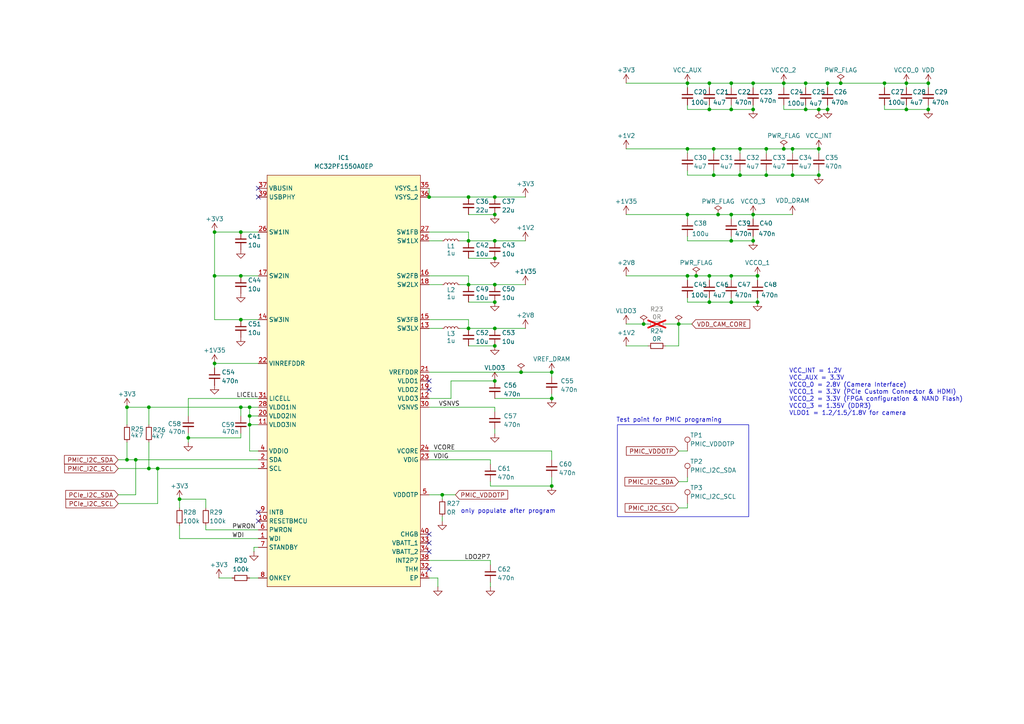
<source format=kicad_sch>
(kicad_sch (version 20231120) (generator "eeschema") (generator_version "8.0")
  (paper "A4")
  (lib_symbols
    (symbol "Connector:TestPoint" (pin_numbers hide) (pin_names (offset 0.762) hide)
      (property "Reference" "TP" (at 0 6.858 0))
      (property "Value" "TestPoint" (at 0 5.08 0))
      (symbol "TestPoint_1_1"
        (pin passive line (at 0 0 90) (length 2.54) (name "1") (number "1"))
      )
    )
    (symbol "Device:C_Small" (pin_numbers hide) (pin_names (offset 0.254) hide)
      (property "Reference" "C" (at 0.254 1.778 0))
      (property "Value" "C_Small" (at 0.254 -2.032 0))
      (symbol "C_Small_1_1"
        (pin passive line (at 0 2.54 270) (length 2.032) (name "~") (number "1"))
        (pin passive line (at 0 -2.54 90) (length 2.032) (name "~") (number "2"))
      )
    )
    (symbol "Device:L_Small" (pin_numbers hide) (pin_names (offset 0.254) hide)
      (property "Reference" "L" (at 0.762 1.016 0))
      (property "Value" "L_Small" (at 0.762 -1.016 0))
      (symbol "L_Small_1_1"
        (pin passive line (at 0 2.54 270) (length 0.508) (name "~") (number "1"))
        (pin passive line (at 0 -2.54 90) (length 0.508) (name "~") (number "2"))
      )
    )
    (symbol "Device:R_Small" (pin_numbers hide) (pin_names (offset 0.254) hide)
      (property "Reference" "R" (at 0.762 0.508 0))
      (property "Value" "R_Small" (at 0.762 -1.016 0))
      (symbol "R_Small_1_1"
        (pin passive line (at 0 2.54 270) (length 0.762) (name "~") (number "1"))
        (pin passive line (at 0 -2.54 90) (length 0.762) (name "~") (number "2"))
      )
    )
    (symbol "MC32PF1550A0EP:MC32PF1550A0EP"
      (property "Reference" "IC" (at 27.686 4.826 0))
      (property "Value" "MC32PF1550A0EP" (at 27.686 2.286 0))
      (symbol "MC32PF1550A0EP_1_1"
        (pin passive line (at -2.54 -105.41 0) (length 2.54) (name "WDI") (number "1"))
        (pin passive line (at -2.54 -100.33 0) (length 2.54) (name "RESETBMCU") (number "10"))
        (pin passive line (at -2.54 -72.39 0) (length 2.54) (name "VLDO3IN") (number "11"))
        (pin passive line (at 46.99 -64.77 180) (length 2.54) (name "VLDO3") (number "12"))
        (pin passive line (at 46.99 -44.45 180) (length 2.54) (name "SW3LX") (number "13"))
        (pin passive line (at -2.54 -41.91 0) (length 2.54) (name "SW3IN") (number "14"))
        (pin passive line (at 46.99 -41.91 180) (length 2.54) (name "SW3FB") (number "15"))
        (pin passive line (at 46.99 -29.21 180) (length 2.54) (name "SW2FB") (number "16"))
        (pin passive line (at -2.54 -29.21 0) (length 2.54) (name "SW2IN") (number "17"))
        (pin passive line (at 46.99 -31.75 180) (length 2.54) (name "SW2LX") (number "18"))
        (pin passive line (at 46.99 -62.23 180) (length 2.54) (name "VLDO2") (number "19"))
        (pin passive line (at -2.54 -82.55 0) (length 2.54) (name "SDA") (number "2"))
        (pin passive line (at -2.54 -69.85 0) (length 2.54) (name "VLDO2IN") (number "20"))
        (pin passive line (at 46.99 -57.15 180) (length 2.54) (name "VREFDDR") (number "21"))
        (pin passive line (at -2.54 -54.61 0) (length 2.54) (name "VINREFDDR") (number "22"))
        (pin passive line (at 46.99 -82.55 180) (length 2.54) (name "VDIG") (number "23"))
        (pin passive line (at 46.99 -80.01 180) (length 2.54) (name "VCORE") (number "24"))
        (pin passive line (at 46.99 -19.05 180) (length 2.54) (name "SW1LX") (number "25"))
        (pin passive line (at -2.54 -16.51 0) (length 2.54) (name "SW1IN") (number "26"))
        (pin passive line (at 46.99 -16.51 180) (length 2.54) (name "SW1FB") (number "27"))
        (pin passive line (at -2.54 -67.31 0) (length 2.54) (name "VLDO1IN") (number "28"))
        (pin passive line (at 46.99 -59.69 180) (length 2.54) (name "VLDO1") (number "29"))
        (pin passive line (at -2.54 -85.09 0) (length 2.54) (name "SCL") (number "3"))
        (pin passive line (at 46.99 -67.31 180) (length 2.54) (name "VSNVS") (number "30"))
        (pin passive line (at -2.54 -64.77 0) (length 2.54) (name "LICELL") (number "31"))
        (pin passive line (at 46.99 -114.3 180) (length 2.54) (name "THM") (number "32"))
        (pin passive line (at 46.99 -106.68 180) (length 2.54) (name "VBATT_1") (number "33"))
        (pin passive line (at 46.99 -109.22 180) (length 2.54) (name "VBATT_2") (number "34"))
        (pin passive line (at 46.99 -3.81 180) (length 2.54) (name "VSYS_1") (number "35"))
        (pin passive line (at 46.99 -6.35 180) (length 2.54) (name "VSYS_2") (number "36"))
        (pin passive line (at -2.54 -3.81 0) (length 2.54) (name "VBUSIN") (number "37"))
        (pin passive line (at 46.99 -111.76 180) (length 2.54) (name "INT2P7") (number "38"))
        (pin passive line (at -2.54 -6.35 0) (length 2.54) (name "USBPHY") (number "39"))
        (pin passive line (at -2.54 -80.01 0) (length 2.54) (name "VDDIO") (number "4"))
        (pin passive line (at 46.99 -104.14 180) (length 2.54) (name "CHGB") (number "40"))
        (pin passive line (at 46.99 -116.84 180) (length 2.54) (name "EP") (number "41"))
        (pin passive line (at 46.99 -92.71 180) (length 2.54) (name "VDDOTP") (number "5"))
        (pin passive line (at -2.54 -102.87 0) (length 2.54) (name "PWRON") (number "6"))
        (pin passive line (at -2.54 -107.95 0) (length 2.54) (name "STANDBY") (number "7"))
        (pin passive line (at -2.54 -116.84 0) (length 2.54) (name "ONKEY") (number "8"))
        (pin passive line (at -2.54 -97.79 0) (length 2.54) (name "INTB") (number "9"))
      )
    )
    (symbol "power:+3V3" (power) (pin_numbers hide) (pin_names (offset 0) hide)
      (property "Value" "+3V3" (at 0 3.556 0))
      (symbol "+3V3_1_1"
        (pin power_in line (at 0 0 90) (length 0) (name "~") (number "1"))
      )
    )
    (symbol "power:GND" (power) (pin_numbers hide) (pin_names (offset 0) hide)
      (property "Value" "GND" (at 0 -3.81 0))
      (symbol "GND_1_1"
        (pin power_in line (at 0 0 270) (length 0) (name "~") (number "1"))
      )
    )
    (symbol "power:PWR_FLAG" (power) (pin_numbers hide) (pin_names (offset 0) hide)
      (property "Value" "PWR_FLAG" (at 0 3.81 0))
      (symbol "PWR_FLAG_0_0"
        (pin power_out line (at 0 0 90) (length 0) (name "~") (number "1"))
      )
    )
    (symbol "power:VCC" (power) (pin_numbers hide) (pin_names (offset 0) hide)
      (property "Value" "VCC" (at 0 3.556 0))
      (symbol "VCC_1_1"
        (pin power_in line (at 0 0 90) (length 0) (name "~") (number "1"))
      )
    )
    (symbol "power:VDD" (power) (pin_numbers hide) (pin_names (offset 0) hide)
      (property "Value" "VDD" (at 0 3.556 0))
      (symbol "VDD_1_1"
        (pin power_in line (at 0 0 90) (length 0) (name "~") (number "1"))
      )
    )
  )
  (junction (at 69.85 92.71))
  (junction (at 218.44 31.75))
  (junction (at 52.07 144.78))
  (junction (at 186.69 93.98))
  (junction (at 237.49 50.8))
  (junction (at 36.83 133.35))
  (junction (at 269.24 24.13))
  (junction (at 205.74 24.13))
  (junction (at 143.51 74.93))
  (junction (at 128.27 143.51))
  (junction (at 54.61 127))
  (junction (at 160.02 140.97))
  (junction (at 135.89 57.15))
  (junction (at 143.51 100.33))
  (junction (at 143.51 82.55))
  (junction (at 218.44 24.13))
  (junction (at 135.89 82.55))
  (junction (at 143.51 95.25))
  (junction (at 229.87 50.8))
  (junction (at 212.09 87.63))
  (junction (at 219.71 80.01))
  (junction (at 69.85 118.11))
  (junction (at 240.03 24.13))
  (junction (at 262.89 24.13))
  (junction (at 227.33 43.18))
  (junction (at 199.39 62.23))
  (junction (at 201.93 80.01))
  (junction (at 124.46 57.15))
  (junction (at 256.54 24.13))
  (junction (at 143.51 62.23))
  (junction (at 233.68 24.13))
  (junction (at 199.39 43.18))
  (junction (at 143.51 110.49))
  (junction (at 160.02 107.95))
  (junction (at 143.51 57.15))
  (junction (at 212.09 24.13))
  (junction (at 196.85 93.98))
  (junction (at 72.39 118.11))
  (junction (at 72.39 120.65))
  (junction (at 135.89 95.25))
  (junction (at 39.37 133.35))
  (junction (at 135.89 69.85))
  (junction (at 229.87 43.18))
  (junction (at 45.72 135.89))
  (junction (at 205.74 80.01))
  (junction (at 62.23 105.41))
  (junction (at 214.63 43.18))
  (junction (at 269.24 31.75))
  (junction (at 199.39 24.13))
  (junction (at 212.09 31.75))
  (junction (at 143.51 69.85))
  (junction (at 222.25 50.8))
  (junction (at 262.89 31.75))
  (junction (at 43.18 118.11))
  (junction (at 212.09 62.23))
  (junction (at 143.51 87.63))
  (junction (at 222.25 43.18))
  (junction (at 219.71 87.63))
  (junction (at 243.84 24.13))
  (junction (at 218.44 69.85))
  (junction (at 205.74 31.75))
  (junction (at 69.85 67.31))
  (junction (at 69.85 80.01))
  (junction (at 43.18 135.89))
  (junction (at 240.03 31.75))
  (junction (at 212.09 80.01))
  (junction (at 205.74 87.63))
  (junction (at 233.68 31.75))
  (junction (at 214.63 50.8))
  (junction (at 227.33 24.13))
  (junction (at 199.39 80.01))
  (junction (at 207.01 50.8))
  (junction (at 151.13 107.95))
  (junction (at 62.23 67.31))
  (junction (at 218.44 62.23))
  (junction (at 36.83 118.11))
  (junction (at 208.28 62.23))
  (junction (at 237.49 31.75))
  (junction (at 212.09 69.85))
  (junction (at 160.02 115.57))
  (junction (at 237.49 43.18))
  (junction (at 207.01 43.18))
  (junction (at 72.39 123.19))
  (junction (at 62.23 80.01))
  (no_connect (at 74.93 57.15))
  (no_connect (at 124.46 154.94))
  (no_connect (at 74.93 54.61))
  (no_connect (at 124.46 157.48))
  (no_connect (at 124.46 113.03))
  (no_connect (at 124.46 165.1))
  (no_connect (at 124.46 160.02))
  (no_connect (at 124.46 110.49))
  (no_connect (at 74.93 148.59))
  (no_connect (at 74.93 151.13))
  (wire (pts (xy 237.49 43.18) (xy 237.49 44.45)))
  (wire (pts (xy 135.89 57.15) (xy 124.46 57.15)))
  (wire (pts (xy 214.63 43.18) (xy 222.25 43.18)))
  (wire (pts (xy 124.46 92.71) (xy 135.89 92.71)))
  (wire (pts (xy 143.51 69.85) (xy 152.4 69.85)))
  (wire (pts (xy 186.69 93.98) (xy 187.96 93.98)))
  (wire (pts (xy 135.89 74.93) (xy 143.51 74.93)))
  (wire (pts (xy 135.89 62.23) (xy 143.51 62.23)))
  (wire (pts (xy 181.61 80.01) (xy 199.39 80.01)))
  (wire (pts (xy 199.39 31.75) (xy 205.74 31.75)))
  (wire (pts (xy 43.18 118.11) (xy 69.85 118.11)))
  (wire (pts (xy 124.46 67.31) (xy 135.89 67.31)))
  (wire (pts (xy 207.01 50.8) (xy 214.63 50.8)))
  (wire (pts (xy 199.39 31.75) (xy 199.39 30.48)))
  (wire (pts (xy 135.89 87.63) (xy 143.51 87.63)))
  (wire (pts (xy 36.83 133.35) (xy 39.37 133.35)))
  (wire (pts (xy 218.44 25.4) (xy 218.44 24.13)))
  (wire (pts (xy 199.39 50.8) (xy 207.01 50.8)))
  (wire (pts (xy 62.23 67.31) (xy 69.85 67.31)))
  (wire (pts (xy 124.46 118.11) (xy 143.51 118.11)))
  (wire (pts (xy 199.39 62.23) (xy 199.39 63.5)))
  (wire (pts (xy 218.44 62.23) (xy 212.09 62.23)))
  (wire (pts (xy 212.09 62.23) (xy 208.28 62.23)))
  (wire (pts (xy 181.61 93.98) (xy 186.69 93.98)))
  (wire (pts (xy 72.39 118.11) (xy 74.93 118.11)))
  (wire (pts (xy 218.44 62.23) (xy 229.87 62.23)))
  (wire (pts (xy 62.23 80.01) (xy 62.23 67.31)))
  (wire (pts (xy 36.83 118.11) (xy 36.83 123.19)))
  (wire (pts (xy 199.39 69.85) (xy 212.09 69.85)))
  (wire (pts (xy 54.61 115.57) (xy 74.93 115.57)))
  (wire (pts (xy 160.02 138.43) (xy 160.02 140.97)))
  (wire (pts (xy 212.09 80.01) (xy 205.74 80.01)))
  (wire (pts (xy 219.71 87.63) (xy 212.09 87.63)))
  (wire (pts (xy 196.85 93.98) (xy 200.66 93.98)))
  (wire (pts (xy 36.83 118.11) (xy 43.18 118.11)))
  (wire (pts (xy 62.23 106.68) (xy 62.23 105.41)))
  (wire (pts (xy 199.39 69.85) (xy 199.39 68.58)))
  (wire (pts (xy 72.39 120.65) (xy 72.39 123.19)))
  (wire (pts (xy 181.61 24.13) (xy 199.39 24.13)))
  (wire (pts (xy 127 170.18) (xy 127 167.64)))
  (wire (pts (xy 207.01 43.18) (xy 214.63 43.18)))
  (wire (pts (xy 262.89 31.75) (xy 262.89 30.48)))
  (wire (pts (xy 262.89 24.13) (xy 269.24 24.13)))
  (wire (pts (xy 36.83 128.27) (xy 36.83 133.35)))
  (wire (pts (xy 199.39 43.18) (xy 199.39 44.45)))
  (wire (pts (xy 59.69 153.67) (xy 74.93 153.67)))
  (wire (pts (xy 227.33 43.18) (xy 229.87 43.18)))
  (wire (pts (xy 218.44 62.23) (xy 218.44 63.5)))
  (wire (pts (xy 72.39 167.64) (xy 74.93 167.64)))
  (wire (pts (xy 52.07 144.78) (xy 52.07 147.32)))
  (wire (pts (xy 212.09 87.63) (xy 205.74 87.63)))
  (wire (pts (xy 132.08 143.51) (xy 128.27 143.51)))
  (wire (pts (xy 59.69 144.78) (xy 59.69 147.32)))
  (wire (pts (xy 143.51 57.15) (xy 135.89 57.15)))
  (wire (pts (xy 222.25 50.8) (xy 214.63 50.8)))
  (wire (pts (xy 124.46 107.95) (xy 151.13 107.95)))
  (wire (pts (xy 135.89 80.01) (xy 135.89 82.55)))
  (wire (pts (xy 151.13 107.95) (xy 160.02 107.95)))
  (wire (pts (xy 124.46 82.55) (xy 128.27 82.55)))
  (wire (pts (xy 124.46 130.81) (xy 160.02 130.81)))
  (wire (pts (xy 201.93 80.01) (xy 199.39 80.01)))
  (wire (pts (xy 69.85 67.31) (xy 74.93 67.31)))
  (wire (pts (xy 34.29 135.89) (xy 43.18 135.89)))
  (wire (pts (xy 69.85 120.65) (xy 69.85 118.11)))
  (wire (pts (xy 124.46 69.85) (xy 128.27 69.85)))
  (wire (pts (xy 142.24 162.56) (xy 142.24 163.83)))
  (wire (pts (xy 212.09 62.23) (xy 212.09 63.5)))
  (wire (pts (xy 233.68 31.75) (xy 233.68 30.48)))
  (wire (pts (xy 130.81 115.57) (xy 130.81 110.49)))
  (wire (pts (xy 205.74 31.75) (xy 212.09 31.75)))
  (wire (pts (xy 45.72 135.89) (xy 74.93 135.89)))
  (wire (pts (xy 181.61 43.18) (xy 199.39 43.18)))
  (wire (pts (xy 54.61 120.65) (xy 54.61 115.57)))
  (wire (pts (xy 142.24 170.18) (xy 142.24 168.91)))
  (wire (pts (xy 135.89 82.55) (xy 143.51 82.55)))
  (wire (pts (xy 243.84 24.13) (xy 256.54 24.13)))
  (wire (pts (xy 219.71 80.01) (xy 219.71 81.28)))
  (wire (pts (xy 69.85 80.01) (xy 74.93 80.01)))
  (wire (pts (xy 124.46 57.15) (xy 124.46 54.61)))
  (wire (pts (xy 214.63 43.18) (xy 214.63 44.45)))
  (wire (pts (xy 256.54 24.13) (xy 256.54 25.4)))
  (wire (pts (xy 229.87 50.8) (xy 222.25 50.8)))
  (wire (pts (xy 135.89 69.85) (xy 143.51 69.85)))
  (wire (pts (xy 218.44 68.58) (xy 218.44 69.85)))
  (wire (pts (xy 124.46 80.01) (xy 135.89 80.01)))
  (wire (pts (xy 135.89 92.71) (xy 135.89 95.25)))
  (wire (pts (xy 62.23 92.71) (xy 62.23 80.01)))
  (wire (pts (xy 237.49 31.75) (xy 240.03 31.75)))
  (wire (pts (xy 240.03 24.13) (xy 240.03 25.4)))
  (wire (pts (xy 143.51 119.38) (xy 143.51 118.11)))
  (wire (pts (xy 233.68 31.75) (xy 237.49 31.75)))
  (wire (pts (xy 199.39 87.63) (xy 205.74 87.63)))
  (wire (pts (xy 124.46 115.57) (xy 130.81 115.57)))
  (wire (pts (xy 69.85 118.11) (xy 72.39 118.11)))
  (wire (pts (xy 222.25 43.18) (xy 227.33 43.18)))
  (wire (pts (xy 45.72 135.89) (xy 45.72 146.05)))
  (wire (pts (xy 227.33 31.75) (xy 227.33 30.48)))
  (wire (pts (xy 269.24 30.48) (xy 269.24 31.75)))
  (wire (pts (xy 199.39 25.4) (xy 199.39 24.13)))
  (wire (pts (xy 205.74 80.01) (xy 205.74 81.28)))
  (wire (pts (xy 160.02 133.35) (xy 160.02 130.81)))
  (wire (pts (xy 152.4 57.15) (xy 143.51 57.15)))
  (wire (pts (xy 212.09 80.01) (xy 219.71 80.01)))
  (wire (pts (xy 218.44 30.48) (xy 218.44 31.75)))
  (wire (pts (xy 39.37 133.35) (xy 74.93 133.35)))
  (wire (pts (xy 74.93 92.71) (xy 69.85 92.71)))
  (wire (pts (xy 214.63 50.8) (xy 214.63 49.53)))
  (wire (pts (xy 52.07 156.21) (xy 52.07 152.4)))
  (wire (pts (xy 205.74 80.01) (xy 201.93 80.01)))
  (wire (pts (xy 43.18 135.89) (xy 45.72 135.89)))
  (wire (pts (xy 124.46 133.35) (xy 142.24 133.35)))
  (wire (pts (xy 34.29 143.51) (xy 39.37 143.51)))
  (wire (pts (xy 218.44 24.13) (xy 227.33 24.13)))
  (wire (pts (xy 212.09 25.4) (xy 212.09 24.13)))
  (wire (pts (xy 199.39 50.8) (xy 199.39 49.53)))
  (wire (pts (xy 143.51 115.57) (xy 160.02 115.57)))
  (wire (pts (xy 222.25 43.18) (xy 222.25 44.45)))
  (wire (pts (xy 72.39 123.19) (xy 74.93 123.19)))
  (wire (pts (xy 72.39 120.65) (xy 74.93 120.65)))
  (wire (pts (xy 256.54 24.13) (xy 262.89 24.13)))
  (wire (pts (xy 205.74 25.4) (xy 205.74 24.13)))
  (wire (pts (xy 205.74 87.63) (xy 205.74 86.36)))
  (wire (pts (xy 199.39 62.23) (xy 208.28 62.23)))
  (wire (pts (xy 269.24 31.75) (xy 262.89 31.75)))
  (wire (pts (xy 135.89 69.85) (xy 133.35 69.85)))
  (wire (pts (xy 240.03 24.13) (xy 243.84 24.13)))
  (wire (pts (xy 72.39 123.19) (xy 72.39 130.81)))
  (wire (pts (xy 62.23 80.01) (xy 69.85 80.01)))
  (wire (pts (xy 45.72 146.05) (xy 34.29 146.05)))
  (wire (pts (xy 240.03 31.75) (xy 240.03 30.48)))
  (wire (pts (xy 193.04 100.33) (xy 196.85 100.33)))
  (wire (pts (xy 143.51 82.55) (xy 152.4 82.55)))
  (wire (pts (xy 128.27 143.51) (xy 124.46 143.51)))
  (wire (pts (xy 59.69 152.4) (xy 59.69 153.67)))
  (wire (pts (xy 39.37 143.51) (xy 39.37 133.35)))
  (wire (pts (xy 130.81 110.49) (xy 143.51 110.49)))
  (wire (pts (xy 227.33 24.13) (xy 233.68 24.13)))
  (wire (pts (xy 218.44 69.85) (xy 212.09 69.85)))
  (wire (pts (xy 262.89 24.13) (xy 262.89 25.4)))
  (wire (pts (xy 52.07 144.78) (xy 59.69 144.78)))
  (wire (pts (xy 43.18 118.11) (xy 43.18 123.19)))
  (wire (pts (xy 212.09 86.36) (xy 212.09 87.63)))
  (wire (pts (xy 229.87 44.45) (xy 229.87 43.18)))
  (wire (pts (xy 199.39 138.43) (xy 199.39 139.7)))
  (wire (pts (xy 72.39 118.11) (xy 72.39 120.65)))
  (wire (pts (xy 69.85 92.71) (xy 62.23 92.71)))
  (wire (pts (xy 233.68 24.13) (xy 240.03 24.13)))
  (wire (pts (xy 128.27 143.51) (xy 128.27 144.78)))
  (wire (pts (xy 54.61 125.73) (xy 54.61 127)))
  (wire (pts (xy 135.89 95.25) (xy 133.35 95.25)))
  (wire (pts (xy 124.46 95.25) (xy 128.27 95.25)))
  (wire (pts (xy 193.04 93.98) (xy 196.85 93.98)))
  (wire (pts (xy 135.89 100.33) (xy 143.51 100.33)))
  (wire (pts (xy 269.24 24.13) (xy 269.24 25.4)))
  (wire (pts (xy 43.18 128.27) (xy 43.18 135.89)))
  (wire (pts (xy 199.39 80.01) (xy 199.39 81.28)))
  (wire (pts (xy 181.61 100.33) (xy 187.96 100.33)))
  (wire (pts (xy 135.89 82.55) (xy 133.35 82.55)))
  (wire (pts (xy 135.89 95.25) (xy 143.51 95.25)))
  (wire (pts (xy 205.74 24.13) (xy 212.09 24.13)))
  (wire (pts (xy 142.24 140.97) (xy 160.02 140.97)))
  (wire (pts (xy 199.39 139.7) (xy 196.85 139.7)))
  (wire (pts (xy 199.39 24.13) (xy 205.74 24.13)))
  (wire (pts (xy 72.39 130.81) (xy 74.93 130.81)))
  (wire (pts (xy 207.01 43.18) (xy 207.01 44.45)))
  (wire (pts (xy 199.39 130.81) (xy 196.85 130.81)))
  (wire (pts (xy 205.74 31.75) (xy 205.74 30.48)))
  (wire (pts (xy 124.46 162.56) (xy 142.24 162.56)))
  (wire (pts (xy 73.66 158.75) (xy 73.66 160.02)))
  (wire (pts (xy 199.39 147.32) (xy 196.85 147.32)))
  (wire (pts (xy 73.66 158.75) (xy 74.93 158.75)))
  (wire (pts (xy 227.33 24.13) (xy 227.33 25.4)))
  (wire (pts (xy 212.09 31.75) (xy 212.09 30.48)))
  (wire (pts (xy 74.93 156.21) (xy 52.07 156.21)))
  (wire (pts (xy 199.39 86.36) (xy 199.39 87.63)))
  (wire (pts (xy 69.85 125.73) (xy 69.85 127)))
  (wire (pts (xy 34.29 133.35) (xy 36.83 133.35)))
  (wire (pts (xy 199.39 43.18) (xy 207.01 43.18)))
  (wire (pts (xy 181.61 62.23) (xy 199.39 62.23)))
  (wire (pts (xy 127 167.64) (xy 124.46 167.64)))
  (wire (pts (xy 142.24 134.62) (xy 142.24 133.35)))
  (wire (pts (xy 237.49 50.8) (xy 229.87 50.8)))
  (wire (pts (xy 212.09 69.85) (xy 212.09 68.58)))
  (wire (pts (xy 212.09 80.01) (xy 212.09 81.28)))
  (wire (pts (xy 227.33 31.75) (xy 233.68 31.75)))
  (wire (pts (xy 128.27 149.86) (xy 128.27 151.13)))
  (wire (pts (xy 218.44 31.75) (xy 212.09 31.75)))
  (wire (pts (xy 196.85 100.33) (xy 196.85 93.98)))
  (wire (pts (xy 62.23 105.41) (xy 74.93 105.41)))
  (wire (pts (xy 256.54 31.75) (xy 256.54 30.48)))
  (wire (pts (xy 143.51 95.25) (xy 152.4 95.25)))
  (wire (pts (xy 54.61 127) (xy 69.85 127)))
  (wire (pts (xy 135.89 67.31) (xy 135.89 69.85)))
  (wire (pts (xy 229.87 50.8) (xy 229.87 49.53)))
  (wire (pts (xy 222.25 50.8) (xy 222.25 49.53)))
  (wire (pts (xy 199.39 146.05) (xy 199.39 147.32)))
  (wire (pts (xy 143.51 125.73) (xy 143.51 124.46)))
  (wire (pts (xy 219.71 86.36) (xy 219.71 87.63)))
  (wire (pts (xy 207.01 50.8) (xy 207.01 49.53)))
  (wire (pts (xy 67.31 167.64) (xy 63.5 167.64)))
  (wire (pts (xy 142.24 140.97) (xy 142.24 139.7)))
  (wire (pts (xy 160.02 109.22) (xy 160.02 107.95)))
  (wire (pts (xy 218.44 24.13) (xy 212.09 24.13)))
  (wire (pts (xy 256.54 31.75) (xy 262.89 31.75)))
  (wire (pts (xy 54.61 127) (xy 54.61 128.27)))
  (wire (pts (xy 237.49 49.53) (xy 237.49 50.8)))
  (wire (pts (xy 229.87 43.18) (xy 237.49 43.18)))
  (wire (pts (xy 160.02 114.3) (xy 160.02 115.57)))
  (wire (pts (xy 233.68 24.13) (xy 233.68 25.4)))
  (rectangle (start 179.07 123.19) (end 217.17 149.86))
  (text "only populate after program" (at 133.604 148.336 0) (effects (font (size 1.27 1.27)) (justify left)))
  (text "VCC_INT = 1.2V\nVCC_AUX = 3.3V\nVCCO_0 = 2.8V (Camera Interface)\nVCCO_1 = 3.3V (PCIe Custom Connector & HDMI)\nVCCO_2 = 3.3V (FPGA configuration & NAND Flash)\nVCCO_3 = 1.35V (DDR3)\nVLDO1 = 1.2/1.5/1.8V for camera" (at 228.854 113.792 0) (effects (font (size 1.27 1.27)) (justify left)))
  (text "Test point for PMIC programing" (at 194.056 121.92 0) (effects (font (size 1.27 1.27))))
  (label "VCORE" (at 125.73 130.81 0))
  (label "VDIG" (at 125.73 133.35 0))
  (label "VSNVS" (at 133.35 118.11 180))
  (label "PWRON" (at 67.31 153.67 0))
  (label "WDI" (at 67.31 156.21 0))
  (label "LDO2P7" (at 142.24 162.56 180))
  (label "LICELL" (at 68.58 115.57 0))
  (global_label "PCIe_I2C_SDA" (shape input) (at 34.29 143.51 180) (property "Intersheetrefs" "${INTERSHEET_REFS}" (effects (hide yes))))
  (global_label "PMIC_I2C_SDA" (shape input) (at 34.29 133.35 180) (property "Intersheetrefs" "${INTERSHEET_REFS}" (effects (hide yes))))
  (global_label "PCIe_I2C_SCL" (shape input) (at 34.29 146.05 180) (property "Intersheetrefs" "${INTERSHEET_REFS}" (effects (hide yes))))
  (global_label "PMIC_I2C_SCL" (shape input) (at 196.85 147.32 180) (property "Intersheetrefs" "${INTERSHEET_REFS}" (effects (hide yes))))
  (global_label "VDD_CAM_CORE" (shape input) (at 200.66 93.98 0) (property "Intersheetrefs" "${INTERSHEET_REFS}" (effects (hide yes))))
  (global_label "PMIC_VDDOTP" (shape input) (at 132.08 143.51 0) (property "Intersheetrefs" "${INTERSHEET_REFS}" (effects (hide yes))))
  (global_label "PMIC_VDDOTP" (shape input) (at 196.85 130.81 180) (property "Intersheetrefs" "${INTERSHEET_REFS}" (effects (hide yes))))
  (global_label "PMIC_I2C_SCL" (shape input) (at 34.29 135.89 180) (property "Intersheetrefs" "${INTERSHEET_REFS}" (effects (hide yes))))
  (global_label "PMIC_I2C_SDA" (shape input) (at 196.85 139.7 180) (property "Intersheetrefs" "${INTERSHEET_REFS}" (effects (hide yes))))
  (symbol (lib_id "power:VDD") (at 62.23 67.31 0) (unit 1)
    (property "Reference" "#PWR071" (effects (hide yes)))
    (property "Value" "+3V3" (at 62.23 63.5 0))
    (property "Description" "Power symbol creates a global label with name \"VDD\"" (effects (hide yes)))
  )
  (symbol (lib_id "Device:C_Small") (at 212.09 83.82 0) (unit 1)
    (property "Reference" "C47" (at 213.868 82.55 0) (effects (justify left)))
    (property "Value" "470n" (at 213.106 85.598 0) (effects (justify left)))
    (property "Footprint" "Capacitor_SMD:C_0402_1005Metric" (effects (hide yes)))
    (property "Description" "Unpolarized capacitor, small symbol" (effects (hide yes)))
  )
  (symbol (lib_id "Device:C_Small") (at 229.87 46.99 0) (unit 1)
    (property "Reference" "C34" (at 231.648 45.72 0) (effects (justify left)))
    (property "Value" "4u7" (at 231.648 48.26 0) (effects (justify left)))
    (property "Footprint" "Capacitor_SMD:C_0603_1608Metric" (effects (hide yes)))
    (property "Description" "Unpolarized capacitor, small symbol" (effects (hide yes)))
  )
  (symbol (lib_id "Device:C_Small") (at 143.51 72.39 0) (unit 1)
    (property "Reference" "C43" (at 145.542 71.12 0) (effects (justify left)))
    (property "Value" "10u" (at 145.542 73.66 0) (effects (justify left)))
    (property "Footprint" "Capacitor_SMD:C_0603_1608Metric" (effects (hide yes)))
    (property "Description" "Unpolarized capacitor, small symbol" (effects (hide yes)))
  )
  (symbol (lib_id "power:VDD") (at 227.33 24.13 0) (unit 1)
    (property "Reference" "#PWR057" (effects (hide yes)))
    (property "Value" "VCCO_2" (at 227.33 20.32 0))
    (property "Description" "Power symbol creates a global label with name \"VDD\"" (effects (hide yes)))
  )
  (symbol (lib_id "power:GND") (at 69.85 97.79 0) (unit 1)
    (property "Reference" "#PWR084" (effects (hide yes)))
    (property "Value" "GND" (effects (hide yes)))
    (property "Description" "Power symbol creates a global label with name \"GND\" , ground" (effects (hide yes)))
  )
  (symbol (lib_id "Device:C_Small") (at 218.44 27.94 0) (unit 1)
    (property "Reference" "C23" (at 220.218 26.67 0) (effects (justify left)))
    (property "Value" "470n" (at 220.218 29.21 0) (effects (justify left)))
    (property "Footprint" "Capacitor_SMD:C_0402_1005Metric" (effects (hide yes)))
    (property "Description" "Unpolarized capacitor, small symbol" (effects (hide yes)))
  )
  (symbol (lib_id "Device:C_Small") (at 135.89 97.79 0) (unit 1)
    (property "Reference" "C52" (at 137.922 96.52 0) (effects (justify left)))
    (property "Value" "10u" (at 137.922 99.06 0) (effects (justify left)))
    (property "Footprint" "Capacitor_SMD:C_0603_1608Metric" (effects (hide yes)))
    (property "Description" "Unpolarized capacitor, small symbol" (effects (hide yes)))
  )
  (symbol (lib_id "Device:R_Small") (at 43.18 125.73 0) (unit 1)
    (property "Reference" "R26" (at 44.196 124.714 0) (effects (justify left)))
    (property "Value" "4k7" (at 43.942 126.492 0) (effects (justify left)))
    (property "Footprint" "Resistor_SMD:R_0402_1005Metric" (effects (hide yes)))
    (property "Description" "Resistor, small symbol" (effects (hide yes)))
  )
  (symbol (lib_id "Device:C_Small") (at 219.71 83.82 0) (unit 1)
    (property "Reference" "C48" (at 221.488 82.55 0) (effects (justify left)))
    (property "Value" "470n" (at 220.726 85.598 0) (effects (justify left)))
    (property "Footprint" "Capacitor_SMD:C_0402_1005Metric" (effects (hide yes)))
    (property "Description" "Unpolarized capacitor, small symbol" (effects (hide yes)))
  )
  (symbol (lib_id "Device:R_Small") (at 69.85 167.64 90) (unit 1)
    (property "Reference" "R30" (at 69.85 162.56 90))
    (property "Value" "100k" (at 69.85 165.1 90))
    (property "Footprint" "Resistor_SMD:R_0402_1005Metric" (effects (hide yes)))
    (property "Description" "Resistor, small symbol" (effects (hide yes)))
  )
  (symbol (lib_id "power:PWR_FLAG") (at 208.28 62.23 0) (unit 1)
    (property "Reference" "#FLG06" (effects (hide yes)))
    (property "Value" "PWR_FLAG" (at 208.28 58.42 0))
    (property "Description" "Special symbol for telling ERC where power comes from" (effects (hide yes)))
  )
  (symbol (lib_id "power:GND") (at 219.71 87.63 0) (unit 1)
    (property "Reference" "#PWR081" (effects (hide yes)))
    (property "Value" "GND" (effects (hide yes)))
    (property "Description" "Power symbol creates a global label with name \"GND\" , ground" (effects (hide yes)))
  )
  (symbol (lib_id "Device:C_Small") (at 199.39 46.99 0) (unit 1)
    (property "Reference" "C30" (at 201.168 45.72 0) (effects (justify left)))
    (property "Value" "4u7" (at 201.168 48.26 0) (effects (justify left)))
    (property "Footprint" "Capacitor_SMD:C_0603_1608Metric" (effects (hide yes)))
    (property "Description" "Unpolarized capacitor, small symbol" (effects (hide yes)))
  )
  (symbol (lib_id "power:VDD") (at 152.4 95.25 0) (unit 1)
    (property "Reference" "#PWR083" (effects (hide yes)))
    (property "Value" "+2V8" (at 152.4 91.44 0))
    (property "Description" "Power symbol creates a global label with name \"VDD\"" (effects (hide yes)))
  )
  (symbol (lib_id "power:GND") (at 218.44 69.85 0) (unit 1)
    (property "Reference" "#PWR073" (effects (hide yes)))
    (property "Value" "GND" (effects (hide yes)))
    (property "Description" "Power symbol creates a global label with name \"GND\" , ground" (effects (hide yes)))
  )
  (symbol (lib_id "power:PWR_FLAG") (at 186.69 93.98 0) (unit 1)
    (property "Reference" "#FLG08" (effects (hide yes)))
    (property "Value" "PWR_FLAG" (effects (hide yes)))
    (property "Description" "Special symbol for telling ERC where power comes from" (effects (hide yes)))
  )
  (symbol (lib_id "Device:C_Small") (at 143.51 85.09 0) (unit 1)
    (property "Reference" "C50" (at 145.542 83.82 0) (effects (justify left)))
    (property "Value" "10u" (at 145.542 86.36 0) (effects (justify left)))
    (property "Footprint" "Capacitor_SMD:C_0603_1608Metric" (effects (hide yes)))
    (property "Description" "Unpolarized capacitor, small symbol" (effects (hide yes)))
  )
  (symbol (lib_id "Device:C_Small") (at 212.09 27.94 0) (unit 1)
    (property "Reference" "C22" (at 213.868 26.67 0) (effects (justify left)))
    (property "Value" "470n" (at 213.106 29.718 0) (effects (justify left)))
    (property "Footprint" "Capacitor_SMD:C_0402_1005Metric" (effects (hide yes)))
    (property "Description" "Unpolarized capacitor, small symbol" (effects (hide yes)))
  )
  (symbol (lib_id "Device:C_Small") (at 205.74 83.82 0) (unit 1)
    (property "Reference" "C46" (at 207.518 82.55 0) (effects (justify left)))
    (property "Value" "4u7" (at 206.756 85.598 0) (effects (justify left)))
    (property "Footprint" "Capacitor_SMD:C_0603_1608Metric" (effects (hide yes)))
    (property "Description" "Unpolarized capacitor, small symbol" (effects (hide yes)))
  )
  (symbol (lib_id "Device:C_Small") (at 69.85 82.55 0) (unit 1)
    (property "Reference" "C44" (at 71.882 81.28 0) (effects (justify left)))
    (property "Value" "10u" (at 71.882 83.82 0) (effects (justify left)))
    (property "Footprint" "Capacitor_SMD:C_0603_1608Metric" (effects (hide yes)))
    (property "Description" "Unpolarized capacitor, small symbol" (effects (hide yes)))
  )
  (symbol (lib_id "power:GND") (at 128.27 151.13 0) (unit 1)
    (property "Reference" "#PWR097" (effects (hide yes)))
    (property "Value" "GND" (effects (hide yes)))
    (property "Description" "Power symbol creates a global label with name \"GND\" , ground" (effects (hide yes)))
  )
  (symbol (lib_id "power:VDD") (at 152.4 57.15 0) (unit 1)
    (property "Reference" "#PWR066" (effects (hide yes)))
    (property "Value" "+3V3" (at 152.4 53.34 0))
    (property "Description" "Power symbol creates a global label with name \"VDD\"" (effects (hide yes)))
  )
  (symbol (lib_id "Device:C_Small") (at 262.89 27.94 0) (unit 1)
    (property "Reference" "C28" (at 264.668 26.67 0) (effects (justify left)))
    (property "Value" "4u7" (at 263.906 29.718 0) (effects (justify left)))
    (property "Footprint" "Capacitor_SMD:C_0603_1608Metric" (effects (hide yes)))
    (property "Description" "Unpolarized capacitor, small symbol" (effects (hide yes)))
  )
  (symbol (lib_id "power:+3V3") (at 52.07 144.78 0) (unit 1)
    (property "Reference" "#PWR096" (effects (hide yes)))
    (property "Value" "+3V3" (at 52.07 140.97 0))
    (property "Description" "Power symbol creates a global label with name \"+3V3\"" (effects (hide yes)))
  )
  (symbol (lib_id "power:VDD") (at 181.61 80.01 0) (unit 1)
    (property "Reference" "#PWR076" (effects (hide yes)))
    (property "Value" "+2V8" (at 181.61 76.2 0))
    (property "Description" "Power symbol creates a global label with name \"VDD\"" (effects (hide yes)))
  )
  (symbol (lib_id "Device:C_Small") (at 227.33 27.94 0) (unit 1)
    (property "Reference" "C24" (at 229.108 26.67 0) (effects (justify left)))
    (property "Value" "100u" (at 228.346 29.972 0) (effects (justify left)))
    (property "Footprint" "Capacitor_SMD:C_1206_3216Metric" (effects (hide yes)))
    (property "Description" "Unpolarized capacitor, small symbol" (effects (hide yes)))
  )
  (symbol (lib_id "power:VDD") (at 160.02 107.95 0) (unit 1)
    (property "Reference" "#PWR088" (effects (hide yes)))
    (property "Value" "VREF_DRAM" (at 160.02 104.14 0))
    (property "Description" "Power symbol creates a global label with name \"VDD\"" (effects (hide yes)))
  )
  (symbol (lib_id "Device:C_Small") (at 54.61 123.19 0) (mirror y) (unit 1)
    (property "Reference" "C58" (at 52.578 122.936 0) (effects (justify left)))
    (property "Value" "470n" (at 53.848 125.222 0) (effects (justify left)))
    (property "Footprint" "Capacitor_SMD:C_0402_1005Metric" (effects (hide yes)))
    (property "Description" "Unpolarized capacitor, small symbol" (effects (hide yes)))
  )
  (symbol (lib_id "Device:C_Small") (at 160.02 135.89 0) (unit 1)
    (property "Reference" "C60" (at 162.052 134.62 0) (effects (justify left)))
    (property "Value" "470n" (at 162.052 137.16 0) (effects (justify left)))
    (property "Footprint" "Capacitor_SMD:C_0402_1005Metric" (effects (hide yes)))
    (property "Description" "Unpolarized capacitor, small symbol" (effects (hide yes)))
  )
  (symbol (lib_id "power:GND") (at 54.61 128.27 0) (unit 1)
    (property "Reference" "#PWR094" (effects (hide yes)))
    (property "Value" "GND" (effects (hide yes)))
    (property "Description" "Power symbol creates a global label with name \"GND\" , ground" (effects (hide yes)))
  )
  (symbol (lib_id "Device:C_Small") (at 269.24 27.94 0) (unit 1)
    (property "Reference" "C29" (at 271.018 26.67 0) (effects (justify left)))
    (property "Value" "470n" (at 270.256 29.718 0) (effects (justify left)))
    (property "Footprint" "Capacitor_SMD:C_0402_1005Metric" (effects (hide yes)))
    (property "Description" "Unpolarized capacitor, small symbol" (effects (hide yes)))
  )
  (symbol (lib_id "power:GND") (at 143.51 125.73 0) (unit 1)
    (property "Reference" "#PWR093" (effects (hide yes)))
    (property "Value" "GND" (effects (hide yes)))
    (property "Description" "Power symbol creates a global label with name \"GND\" , ground" (effects (hide yes)))
  )
  (symbol (lib_id "Device:C_Small") (at 69.85 123.19 0) (mirror y) (unit 1)
    (property "Reference" "C59" (at 68.072 123.19 0) (effects (justify left)))
    (property "Value" "470n" (at 69.342 125.222 0) (effects (justify left)))
    (property "Footprint" "Capacitor_SMD:C_0402_1005Metric" (effects (hide yes)))
    (property "Description" "Unpolarized capacitor, small symbol" (effects (hide yes)))
  )
  (symbol (lib_id "Device:L_Small") (at 130.81 69.85 90) (unit 1)
    (property "Reference" "L1" (at 130.81 71.374 90))
    (property "Value" "1u" (at 130.81 73.406 90))
    (property "Footprint" "Inductor_SMD_Wurth:L_Wurth_WE-LQSH-4020" (effects (hide yes)))
    (property "Description" "Inductor, small symbol" (effects (hide yes)))
  )
  (symbol (lib_id "power:GND") (at 143.51 74.93 0) (unit 1)
    (property "Reference" "#PWR075" (effects (hide yes)))
    (property "Value" "GND" (effects (hide yes)))
    (property "Description" "Power symbol creates a global label with name \"GND\" , ground" (effects (hide yes)))
  )
  (symbol (lib_id "Device:C_Small") (at 143.51 113.03 0) (unit 1)
    (property "Reference" "C56" (at 146.05 111.7662 0) (effects (justify left)))
    (property "Value" "470n" (at 146.05 114.3062 0) (effects (justify left)))
    (property "Footprint" "Capacitor_SMD:C_0402_1005Metric" (effects (hide yes)))
    (property "Description" "Unpolarized capacitor, small symbol" (effects (hide yes)))
  )
  (symbol (lib_id "power:VDD") (at 219.71 80.01 0) (unit 1)
    (property "Reference" "#PWR077" (effects (hide yes)))
    (property "Value" "VCCO_1" (at 219.71 76.2 0))
    (property "Description" "Power symbol creates a global label with name \"VDD\"" (effects (hide yes)))
  )
  (symbol (lib_id "power:GND") (at 127 170.18 0) (unit 1)
    (property "Reference" "#PWR0100" (effects (hide yes)))
    (property "Value" "GND" (effects (hide yes)))
    (property "Description" "Power symbol creates a global label with name \"GND\" , ground" (effects (hide yes)))
  )
  (symbol (lib_id "power:+3V3") (at 36.83 118.11 0) (unit 1)
    (property "Reference" "#PWR092" (effects (hide yes)))
    (property "Value" "+3V3" (at 36.83 114.3 0))
    (property "Description" "Power symbol creates a global label with name \"+3V3\"" (effects (hide yes)))
  )
  (symbol (lib_id "power:GND") (at 143.51 62.23 0) (unit 1)
    (property "Reference" "#PWR067" (effects (hide yes)))
    (property "Value" "GND" (effects (hide yes)))
    (property "Description" "Power symbol creates a global label with name \"GND\" , ground" (effects (hide yes)))
  )
  (symbol (lib_id "Device:C_Small") (at 135.89 72.39 0) (unit 1)
    (property "Reference" "C42" (at 137.922 71.12 0) (effects (justify left)))
    (property "Value" "10u" (at 137.922 73.66 0) (effects (justify left)))
    (property "Footprint" "Capacitor_SMD:C_0603_1608Metric" (effects (hide yes)))
    (property "Description" "Unpolarized capacitor, small symbol" (effects (hide yes)))
  )
  (symbol (lib_id "Device:C_Small") (at 207.01 46.99 0) (unit 1)
    (property "Reference" "C31" (at 208.788 45.72 0) (effects (justify left)))
    (property "Value" "4u7" (at 208.788 48.26 0) (effects (justify left)))
    (property "Footprint" "Capacitor_SMD:C_0603_1608Metric" (effects (hide yes)))
    (property "Description" "Unpolarized capacitor, small symbol" (effects (hide yes)))
  )
  (symbol (lib_id "power:GND") (at 143.51 87.63 0) (unit 1)
    (property "Reference" "#PWR080" (effects (hide yes)))
    (property "Value" "GND" (effects (hide yes)))
    (property "Description" "Power symbol creates a global label with name \"GND\" , ground" (effects (hide yes)))
  )
  (symbol (lib_id "Device:C_Small") (at 199.39 66.04 0) (unit 1)
    (property "Reference" "C38" (at 201.168 64.77 0) (effects (justify left)))
    (property "Value" "100u" (at 200.66 67.818 0) (effects (justify left)))
    (property "Footprint" "Capacitor_SMD:C_1206_3216Metric" (effects (hide yes)))
    (property "Description" "Unpolarized capacitor, small symbol" (effects (hide yes)))
  )
  (symbol (lib_id "power:GND") (at 160.02 115.57 0) (unit 1)
    (property "Reference" "#PWR091" (effects (hide yes)))
    (property "Value" "GND" (effects (hide yes)))
    (property "Description" "Power symbol creates a global label with name \"GND\" , ground" (effects (hide yes)))
  )
  (symbol (lib_id "power:PWR_FLAG") (at 227.33 43.18 0) (unit 1)
    (property "Reference" "#FLG05" (effects (hide yes)))
    (property "Value" "PWR_FLAG" (at 227.33 39.37 0))
    (property "Description" "Special symbol for telling ERC where power comes from" (effects (hide yes)))
  )
  (symbol (lib_id "power:VDD") (at 262.89 24.13 0) (unit 1)
    (property "Reference" "#PWR058" (effects (hide yes)))
    (property "Value" "VCCO_0" (at 262.89 20.32 0))
    (property "Description" "Power symbol creates a global label with name \"VDD\"" (effects (hide yes)))
  )
  (symbol (lib_id "Device:C_Small") (at 69.85 95.25 0) (unit 1)
    (property "Reference" "C51" (at 71.882 93.98 0) (effects (justify left)))
    (property "Value" "10u" (at 71.882 96.52 0) (effects (justify left)))
    (property "Footprint" "Capacitor_SMD:C_0603_1608Metric" (effects (hide yes)))
    (property "Description" "Unpolarized capacitor, small symbol" (effects (hide yes)))
  )
  (symbol (lib_id "Device:R_Small") (at 52.07 149.86 0) (unit 1)
    (property "Reference" "R28" (at 53.086 148.59 0) (effects (justify left)))
    (property "Value" "100k" (at 53.086 151.13 0) (effects (justify left)))
    (property "Footprint" "Resistor_SMD:R_0402_1005Metric" (effects (hide yes)))
    (property "Description" "Resistor, small symbol" (effects (hide yes)))
  )
  (symbol (lib_id "power:VDD") (at 269.24 24.13 0) (unit 1)
    (property "Reference" "#PWR059" (effects (hide yes)))
    (property "Value" "VDD" (at 269.24 20.32 0))
    (property "Description" "Power symbol creates a global label with name \"VDD\"" (effects (hide yes)))
  )
  (symbol (lib_id "Device:C_Small") (at 69.85 69.85 0) (unit 1)
    (property "Reference" "C41" (at 71.882 68.58 0) (effects (justify left)))
    (property "Value" "10u" (at 71.882 71.12 0) (effects (justify left)))
    (property "Footprint" "Capacitor_SMD:C_0603_1608Metric" (effects (hide yes)))
    (property "Description" "Unpolarized capacitor, small symbol" (effects (hide yes)))
  )
  (symbol (lib_id "Device:C_Small") (at 143.51 97.79 0) (unit 1)
    (property "Reference" "C53" (at 145.542 96.52 0) (effects (justify left)))
    (property "Value" "10u" (at 145.542 99.06 0) (effects (justify left)))
    (property "Footprint" "Capacitor_SMD:C_0603_1608Metric" (effects (hide yes)))
    (property "Description" "Unpolarized capacitor, small symbol" (effects (hide yes)))
  )
  (symbol (lib_id "Device:C_Small") (at 240.03 27.94 0) (unit 1)
    (property "Reference" "C26" (at 241.808 26.67 0) (effects (justify left)))
    (property "Value" "470n" (at 241.046 29.718 0) (effects (justify left)))
    (property "Footprint" "Capacitor_SMD:C_0402_1005Metric" (effects (hide yes)))
    (property "Description" "Unpolarized capacitor, small symbol" (effects (hide yes)))
  )
  (symbol (lib_id "power:VDD") (at 237.49 43.18 0) (unit 1)
    (property "Reference" "#PWR064" (effects (hide yes)))
    (property "Value" "VCC_INT" (at 237.49 39.37 0))
    (property "Description" "Power symbol creates a global label with name \"VDD\"" (effects (hide yes)))
  )
  (symbol (lib_id "power:VDD") (at 181.61 43.18 0) (unit 1)
    (property "Reference" "#PWR063" (effects (hide yes)))
    (property "Value" "+1V2" (at 181.61 39.37 0))
    (property "Description" "Power symbol creates a global label with name \"VDD\"" (effects (hide yes)))
  )
  (symbol (lib_id "Device:C_Small") (at 218.44 66.04 0) (unit 1)
    (property "Reference" "C40" (at 220.218 64.77 0) (effects (justify left)))
    (property "Value" "470n" (at 219.964 67.818 0) (effects (justify left)))
    (property "Footprint" "Capacitor_SMD:C_0402_1005Metric" (effects (hide yes)))
    (property "Description" "Unpolarized capacitor, small symbol" (effects (hide yes)))
  )
  (symbol (lib_id "Device:C_Small") (at 199.39 83.82 0) (unit 1)
    (property "Reference" "C45" (at 201.168 82.55 0) (effects (justify left)))
    (property "Value" "100u" (at 200.406 85.598 0) (effects (justify left)))
    (property "Footprint" "Capacitor_SMD:C_1206_3216Metric" (effects (hide yes)))
    (property "Description" "Unpolarized capacitor, small symbol" (effects (hide yes)))
  )
  (symbol (lib_id "Device:C_Small") (at 199.39 27.94 0) (unit 1)
    (property "Reference" "C20" (at 201.168 26.67 0) (effects (justify left)))
    (property "Value" "100u" (at 200.406 29.718 0) (effects (justify left)))
    (property "Footprint" "Capacitor_SMD:C_1206_3216Metric" (effects (hide yes)))
    (property "Description" "Unpolarized capacitor, small symbol" (effects (hide yes)))
  )
  (symbol (lib_id "Device:C_Small") (at 212.09 66.04 0) (unit 1)
    (property "Reference" "C39" (at 213.868 64.77 0) (effects (justify left)))
    (property "Value" "470n" (at 213.106 67.818 0) (effects (justify left)))
    (property "Footprint" "Capacitor_SMD:C_0402_1005Metric" (effects (hide yes)))
    (property "Description" "Unpolarized capacitor, small symbol" (effects (hide yes)))
  )
  (symbol (lib_id "Connector:TestPoint") (at 199.39 146.05 0) (unit 1)
    (property "Reference" "TP3" (at 200.152 141.478 0) (effects (justify left)))
    (property "Value" "PMIC_I2C_SCL" (at 200.152 144.018 0) (effects (justify left)))
    (property "Footprint" "TestPoint:TestPoint_Pad_D1.0mm" (effects (hide yes)))
    (property "Description" "test point" (effects (hide yes)))
  )
  (symbol (lib_id "power:VDD") (at 152.4 82.55 0) (unit 1)
    (property "Reference" "#PWR078" (effects (hide yes)))
    (property "Value" "+1V35" (at 152.4 78.74 0))
    (property "Description" "Power symbol creates a global label with name \"VDD\"" (effects (hide yes)))
  )
  (symbol (lib_id "power:GND") (at 218.44 31.75 0) (unit 1)
    (property "Reference" "#PWR060" (effects (hide yes)))
    (property "Value" "GND" (effects (hide yes)))
    (property "Description" "Power symbol creates a global label with name \"GND\" , ground" (effects (hide yes)))
  )
  (symbol (lib_id "Device:C_Small") (at 237.49 46.99 0) (unit 1)
    (property "Reference" "C35" (at 239.268 45.72 0) (effects (justify left)))
    (property "Value" "470n" (at 239.268 48.26 0) (effects (justify left)))
    (property "Footprint" "Capacitor_SMD:C_0402_1005Metric" (effects (hide yes)))
    (property "Description" "Unpolarized capacitor, small symbol" (effects (hide yes)))
  )
  (symbol (lib_id "power:GND") (at 143.51 100.33 0) (unit 1)
    (property "Reference" "#PWR085" (effects (hide yes)))
    (property "Value" "GND" (effects (hide yes)))
    (property "Description" "Power symbol creates a global label with name \"GND\" , ground" (effects (hide yes)))
  )
  (symbol (lib_id "power:VDD") (at 218.44 62.23 0) (unit 1)
    (property "Reference" "#PWR069" (effects (hide yes)))
    (property "Value" "VCCO_3" (at 218.44 58.42 0))
    (property "Description" "Power symbol creates a global label with name \"VDD\"" (effects (hide yes)))
  )
  (symbol (lib_id "Device:C_Small") (at 256.54 27.94 0) (unit 1)
    (property "Reference" "C27" (at 258.318 26.67 0) (effects (justify left)))
    (property "Value" "100u" (at 257.556 29.718 0) (effects (justify left)))
    (property "Footprint" "Capacitor_SMD:C_1206_3216Metric" (effects (hide yes)))
    (property "Description" "Unpolarized capacitor, small symbol" (effects (hide yes)))
  )
  (symbol (lib_id "Device:C_Small") (at 143.51 121.92 0) (unit 1)
    (property "Reference" "C57" (at 146.05 120.6562 0) (effects (justify left)))
    (property "Value" "470n" (at 146.05 123.1962 0) (effects (justify left)))
    (property "Footprint" "Capacitor_SMD:C_0402_1005Metric" (effects (hide yes)))
    (property "Description" "Unpolarized capacitor, small symbol" (effects (hide yes)))
  )
  (symbol (lib_id "Device:C_Small") (at 135.89 59.69 0) (unit 1)
    (property "Reference" "C36" (at 137.922 58.42 0) (effects (justify left)))
    (property "Value" "22u" (at 137.922 60.96 0) (effects (justify left)))
    (property "Footprint" "Capacitor_SMD:C_0603_1608Metric" (effects (hide yes)))
    (property "Description" "Unpolarized capacitor, small symbol" (effects (hide yes)))
  )
  (symbol (lib_id "Connector:TestPoint") (at 199.39 138.43 0) (unit 1)
    (property "Reference" "TP2" (at 200.152 133.858 0) (effects (justify left)))
    (property "Value" "PMIC_I2C_SDA" (at 200.152 136.398 0) (effects (justify left)))
    (property "Footprint" "TestPoint:TestPoint_Pad_D1.0mm" (effects (hide yes)))
    (property "Description" "test point" (effects (hide yes)))
  )
  (symbol (lib_id "power:GND") (at 269.24 31.75 0) (unit 1)
    (property "Reference" "#PWR062" (effects (hide yes)))
    (property "Value" "GND" (effects (hide yes)))
    (property "Description" "Power symbol creates a global label with name \"GND\" , ground" (effects (hide yes)))
  )
  (symbol (lib_id "power:PWR_FLAG") (at 151.13 107.95 0) (unit 1)
    (property "Reference" "#FLG010" (effects (hide yes)))
    (property "Value" "PWR_FLAG" (effects (hide yes)))
    (property "Description" "Special symbol for telling ERC where power comes from" (effects (hide yes)))
  )
  (symbol (lib_id "power:VDD") (at 181.61 24.13 0) (unit 1)
    (property "Reference" "#PWR055" (effects (hide yes)))
    (property "Value" "+3V3" (at 181.61 20.32 0))
    (property "Description" "Power symbol creates a global label with name \"VDD\"" (effects (hide yes)))
  )
  (symbol (lib_id "power:VDD") (at 181.61 93.98 0) (unit 1)
    (property "Reference" "#PWR082" (effects (hide yes)))
    (property "Value" "VLDO3" (at 181.61 90.17 0))
    (property "Description" "Power symbol creates a global label with name \"VDD\"" (effects (hide yes)))
  )
  (symbol (lib_id "power:GND") (at 160.02 140.97 0) (unit 1)
    (property "Reference" "#PWR095" (effects (hide yes)))
    (property "Value" "GND" (effects (hide yes)))
    (property "Description" "Power symbol creates a global label with name \"GND\" , ground" (effects (hide yes)))
  )
  (symbol (lib_id "power:PWR_FLAG") (at 196.85 93.98 0) (unit 1)
    (property "Reference" "#FLG09" (effects (hide yes)))
    (property "Value" "PWR_FLAG" (effects (hide yes)))
    (property "Description" "Special symbol for telling ERC where power comes from" (effects (hide yes)))
  )
  (symbol (lib_id "power:GND") (at 69.85 85.09 0) (unit 1)
    (property "Reference" "#PWR079" (effects (hide yes)))
    (property "Value" "GND" (effects (hide yes)))
    (property "Description" "Power symbol creates a global label with name \"GND\" , ground" (effects (hide yes)))
  )
  (symbol (lib_id "Device:C_Small") (at 142.24 166.37 0) (unit 1)
    (property "Reference" "C62" (at 144.272 165.1 0) (effects (justify left)))
    (property "Value" "470n" (at 144.272 167.64 0) (effects (justify left)))
    (property "Footprint" "Capacitor_SMD:C_0402_1005Metric" (effects (hide yes)))
    (property "Description" "Unpolarized capacitor, small symbol" (effects (hide yes)))
  )
  (symbol (lib_id "Device:C_Small") (at 205.74 27.94 0) (unit 1)
    (property "Reference" "C21" (at 207.518 26.67 0) (effects (justify left)))
    (property "Value" "4u7" (at 206.756 29.718 0) (effects (justify left)))
    (property "Footprint" "Capacitor_SMD:C_0603_1608Metric" (effects (hide yes)))
    (property "Description" "Unpolarized capacitor, small symbol" (effects (hide yes)))
  )
  (symbol (lib_id "Device:R_Small") (at 128.27 147.32 0) (unit 1)
    (property "Reference" "R27" (at 129.54 146.05 0) (effects (justify left)))
    (property "Value" "0R" (at 129.54 148.59 0) (effects (justify left)))
    (property "Footprint" "Resistor_SMD:R_0402_1005Metric" (effects (hide yes)))
    (property "Description" "Resistor, small symbol" (effects (hide yes)))
  )
  (symbol (lib_id "Device:L_Small") (at 130.81 95.25 90) (unit 1)
    (property "Reference" "L3" (at 130.81 96.774 90))
    (property "Value" "1u" (at 130.81 98.806 90))
    (property "Footprint" "Inductor_SMD_Wurth:L_Wurth_WE-LQSH-4020" (effects (hide yes)))
    (property "Description" "Inductor, small symbol" (effects (hide yes)))
  )
  (symbol (lib_id "Device:C_Small") (at 160.02 111.76 0) (unit 1)
    (property "Reference" "C55" (at 162.56 110.4962 0) (effects (justify left)))
    (property "Value" "470n" (at 162.56 113.0362 0) (effects (justify left)))
    (property "Footprint" "Capacitor_SMD:C_0402_1005Metric" (effects (hide yes)))
    (property "Description" "Unpolarized capacitor, small symbol" (effects (hide yes)))
  )
  (symbol (lib_id "Device:C_Small") (at 142.24 137.16 0) (unit 1)
    (property "Reference" "C61" (at 144.272 135.89 0) (effects (justify left)))
    (property "Value" "470n" (at 144.272 138.43 0) (effects (justify left)))
    (property "Footprint" "Capacitor_SMD:C_0402_1005Metric" (effects (hide yes)))
    (property "Description" "Unpolarized capacitor, small symbol" (effects (hide yes)))
  )
  (symbol (lib_id "power:PWR_FLAG") (at 201.93 80.01 0) (unit 1)
    (property "Reference" "#FLG07" (effects (hide yes)))
    (property "Value" "PWR_FLAG" (at 201.93 76.2 0))
    (property "Description" "Special symbol for telling ERC where power comes from" (effects (hide yes)))
  )
  (symbol (lib_id "power:GND") (at 237.49 50.8 0) (unit 1)
    (property "Reference" "#PWR065" (effects (hide yes)))
    (property "Value" "GND" (effects (hide yes)))
    (property "Description" "Power symbol creates a global label with name \"GND\" , ground" (effects (hide yes)))
  )
  (symbol (lib_id "Device:C_Small") (at 143.51 59.69 0) (unit 1)
    (property "Reference" "C37" (at 145.542 58.42 0) (effects (justify left)))
    (property "Value" "22u" (at 145.542 60.96 0) (effects (justify left)))
    (property "Footprint" "Capacitor_SMD:C_0603_1608Metric" (effects (hide yes)))
    (property "Description" "Unpolarized capacitor, small symbol" (effects (hide yes)))
  )
  (symbol (lib_id "power:VDD") (at 181.61 100.33 0) (unit 1)
    (property "Reference" "#PWR086" (effects (hide yes)))
    (property "Value" "+1V2" (at 181.61 96.52 0))
    (property "Description" "Power symbol creates a global label with name \"VDD\"" (effects (hide yes)))
  )
  (symbol (lib_id "power:VDD") (at 181.61 62.23 0) (unit 1)
    (property "Reference" "#PWR068" (effects (hide yes)))
    (property "Value" "+1V35" (at 181.61 58.42 0))
    (property "Description" "Power symbol creates a global label with name \"VDD\"" (effects (hide yes)))
  )
  (symbol (lib_id "Device:C_Small") (at 135.89 85.09 0) (unit 1)
    (property "Reference" "C49" (at 137.922 83.82 0) (effects (justify left)))
    (property "Value" "10u" (at 137.922 86.36 0) (effects (justify left)))
    (property "Footprint" "Capacitor_SMD:C_0603_1608Metric" (effects (hide yes)))
    (property "Description" "Unpolarized capacitor, small symbol" (effects (hide yes)))
  )
  (symbol (lib_id "MC32PF1550A0EP:MC32PF1550A0EP") (at 77.47 50.8 0) (unit 1)
    (property "Reference" "IC1" (at 99.695 45.72 0))
    (property "Value" "MC32PF1550A0EP" (at 99.695 48.26 0))
    (property "Footprint" "Package_DFN_QFN:QFN-40-1EP_5x5mm_P0.4mm_EP3.8x3.8mm" (effects (hide yes)))
    (property "Datasheet" "https://www.nxp.com/docs/en/data-sheet/PF1550.pdf" (effects (hide yes)))
    (property "Description" "High Reliability PMIC Solution IC" (effects (hide yes)))
    (property "Height" "0.9" (effects (hide yes)))
    (property "Manufacturer_Name" "NXP" (effects (hide yes)))
    (property "Manufacturer_Part_Number" "MC32PF1550A0EP" (effects (hide yes)))
    (property "Mouser Part Number" "771-MC32PF1550A0EP" (effects (hide yes)))
    (property "Mouser Price/Stock" "https://www.mouser.co.uk/ProductDetail/NXP-Semiconductors/MC32PF1550A0EP?qs=BZBei1rCqCBnO2VXoG6jtA%3D%3D" (effects (hide yes)))
  )
  (symbol (lib_id "power:VCC") (at 199.39 24.13 0) (unit 1)
    (property "Reference" "#PWR056" (effects (hide yes)))
    (property "Value" "VCC_AUX" (at 199.39 20.32 0))
    (property "Description" "Power symbol creates a global label with name \"VCC\"" (effects (hide yes)))
  )
  (symbol (lib_id "power:VDD") (at 63.5 167.64 0) (unit 1)
    (property "Reference" "#PWR099" (effects (hide yes)))
    (property "Value" "+3V3" (at 63.5 163.83 0))
    (property "Description" "Power symbol creates a global label with name \"VDD\"" (effects (hide yes)))
  )
  (symbol (lib_id "Connector:TestPoint") (at 199.39 130.81 0) (unit 1)
    (property "Reference" "TP1" (at 200.152 126.238 0) (effects (justify left)))
    (property "Value" "PMIC_VDDOTP" (at 200.152 128.778 0) (effects (justify left)))
    (property "Footprint" "TestPoint:TestPoint_Pad_D1.0mm" (effects (hide yes)))
    (property "Description" "test point" (effects (hide yes)))
  )
  (symbol (lib_id "power:GND") (at 69.85 72.39 0) (unit 1)
    (property "Reference" "#PWR074" (effects (hide yes)))
    (property "Value" "GND" (effects (hide yes)))
    (property "Description" "Power symbol creates a global label with name \"GND\" , ground" (effects (hide yes)))
  )
  (symbol (lib_id "Device:L_Small") (at 130.81 82.55 90) (unit 1)
    (property "Reference" "L2" (at 130.81 84.074 90))
    (property "Value" "1u" (at 130.81 86.106 90))
    (property "Footprint" "Inductor_SMD_Wurth:L_Wurth_WE-LQSH-4020" (effects (hide yes)))
    (property "Description" "Inductor, small symbol" (effects (hide yes)))
  )
  (symbol (lib_id "Device:R_Small") (at 190.5 93.98 90) (unit 1) (dnp yes)
    (property "Reference" "R23" (at 190.5 89.662 90))
    (property "Value" "0R" (at 190.5 91.948 90))
    (property "Footprint" "Resistor_SMD:R_0402_1005Metric" (effects (hide yes)))
    (property "Description" "Resistor, small symbol" (effects (hide yes)))
  )
  (symbol (lib_id "Device:R_Small") (at 36.83 125.73 0) (unit 1)
    (property "Reference" "R25" (at 37.846 124.46 0) (effects (justify left)))
    (property "Value" "4k7" (at 37.846 126.238 0) (effects (justify left)))
    (property "Footprint" "Resistor_SMD:R_0402_1005Metric" (effects (hide yes)))
    (property "Description" "Resistor, small symbol" (effects (hide yes)))
  )
  (symbol (lib_id "power:VDD") (at 143.51 110.49 0) (unit 1)
    (property "Reference" "#PWR089" (effects (hide yes)))
    (property "Value" "VLDO3" (at 143.51 106.68 0))
    (property "Description" "Power symbol creates a global label with name \"VDD\"" (effects (hide yes)))
  )
  (symbol (lib_id "Device:C_Small") (at 233.68 27.94 0) (unit 1)
    (property "Reference" "C25" (at 235.458 26.67 0) (effects (justify left)))
    (property "Value" "4u7" (at 234.696 29.972 0) (effects (justify left)))
    (property "Footprint" "Capacitor_SMD:C_0603_1608Metric" (effects (hide yes)))
    (property "Description" "Unpolarized capacitor, small symbol" (effects (hide yes)))
  )
  (symbol (lib_id "power:PWR_FLAG") (at 243.84 24.13 0) (unit 1)
    (property "Reference" "#FLG03" (effects (hide yes)))
    (property "Value" "PWR_FLAG" (at 243.84 20.32 0))
    (property "Description" "Special symbol for telling ERC where power comes from" (effects (hide yes)))
  )
  (symbol (lib_id "power:GND") (at 73.66 160.02 0) (unit 1)
    (property "Reference" "#PWR098" (effects (hide yes)))
    (property "Value" "GND" (effects (hide yes)))
    (property "Description" "Power symbol creates a global label with name \"GND\" , ground" (effects (hide yes)))
  )
  (symbol (lib_id "Device:C_Small") (at 214.63 46.99 0) (unit 1)
    (property "Reference" "C32" (at 216.408 45.72 0) (effects (justify left)))
    (property "Value" "4u7" (at 216.408 48.26 0) (effects (justify left)))
    (property "Footprint" "Capacitor_SMD:C_0603_1608Metric" (effects (hide yes)))
    (property "Description" "Unpolarized capacitor, small symbol" (effects (hide yes)))
  )
  (symbol (lib_id "Device:C_Small") (at 62.23 109.22 0) (unit 1)
    (property "Reference" "C54" (at 64.262 107.95 0) (effects (justify left)))
    (property "Value" "470n" (at 64.262 110.49 0) (effects (justify left)))
    (property "Footprint" "Capacitor_SMD:C_0402_1005Metric" (effects (hide yes)))
    (property "Description" "Unpolarized capacitor, small symbol" (effects (hide yes)))
  )
  (symbol (lib_id "power:GND") (at 142.24 170.18 0) (unit 1)
    (property "Reference" "#PWR0101" (effects (hide yes)))
    (property "Value" "GND" (effects (hide yes)))
    (property "Description" "Power symbol creates a global label with name \"GND\" , ground" (effects (hide yes)))
  )
  (symbol (lib_id "power:GND") (at 62.23 111.76 0) (unit 1)
    (property "Reference" "#PWR090" (effects (hide yes)))
    (property "Value" "GND" (effects (hide yes)))
    (property "Description" "Power symbol creates a global label with name \"GND\" , ground" (effects (hide yes)))
  )
  (symbol (lib_id "Device:C_Small") (at 222.25 46.99 0) (unit 1)
    (property "Reference" "C33" (at 224.028 45.72 0) (effects (justify left)))
    (property "Value" "4u7" (at 224.028 48.26 0) (effects (justify left)))
    (property "Footprint" "Capacitor_SMD:C_0603_1608Metric" (effects (hide yes)))
    (property "Description" "Unpolarized capacitor, small symbol" (effects (hide yes)))
  )
  (symbol (lib_id "power:GND") (at 240.03 31.75 0) (unit 1)
    (property "Reference" "#PWR061" (effects (hide yes)))
    (property "Value" "GND" (effects (hide yes)))
    (property "Description" "Power symbol creates a global label with name \"GND\" , ground" (effects (hide yes)))
  )
  (symbol (lib_id "Device:R_Small") (at 59.69 149.86 0) (unit 1)
    (property "Reference" "R29" (at 60.706 148.59 0) (effects (justify left)))
    (property "Value" "100k" (at 60.706 151.13 0) (effects (justify left)))
    (property "Footprint" "Resistor_SMD:R_0402_1005Metric" (effects (hide yes)))
    (property "Description" "Resistor, small symbol" (effects (hide yes)))
  )
  (symbol (lib_id "power:VDD") (at 152.4 69.85 0) (unit 1)
    (property "Reference" "#PWR072" (effects (hide yes)))
    (property "Value" "+1V2" (at 152.4 66.04 0))
    (property "Description" "Power symbol creates a global label with name \"VDD\"" (effects (hide yes)))
  )
  (symbol (lib_id "Device:R_Small") (at 190.5 100.33 90) (unit 1)
    (property "Reference" "R24" (at 190.5 96.012 90))
    (property "Value" "0R" (at 190.5 98.298 90))
    (property "Footprint" "Resistor_SMD:R_0402_1005Metric" (effects (hide yes)))
    (property "Description" "Resistor, small symbol" (effects (hide yes)))
  )
  (symbol (lib_id "power:VDD") (at 229.87 62.23 0) (unit 1)
    (property "Reference" "#PWR070" (effects (hide yes)))
    (property "Value" "VDD_DRAM" (at 229.87 58.166 0))
    (property "Description" "Power symbol creates a global label with name \"VDD\"" (effects (hide yes)))
  )
  (symbol (lib_id "power:VDD") (at 62.23 105.41 0) (unit 1)
    (property "Reference" "#PWR087" (effects (hide yes)))
    (property "Value" "+1V35" (at 62.23 101.6 0))
    (property "Description" "Power symbol creates a global label with name \"VDD\"" (effects (hide yes)))
  )
  (symbol (lib_id "power:PWR_FLAG") (at 237.49 31.75 180) (unit 1)
    (property "Reference" "#FLG04" (effects (hide yes)))
    (property "Value" "PWR_FLAG" (effects (hide yes)))
    (property "Description" "Special symbol for telling ERC where power comes from" (effects (hide yes)))
  )
)
</source>
